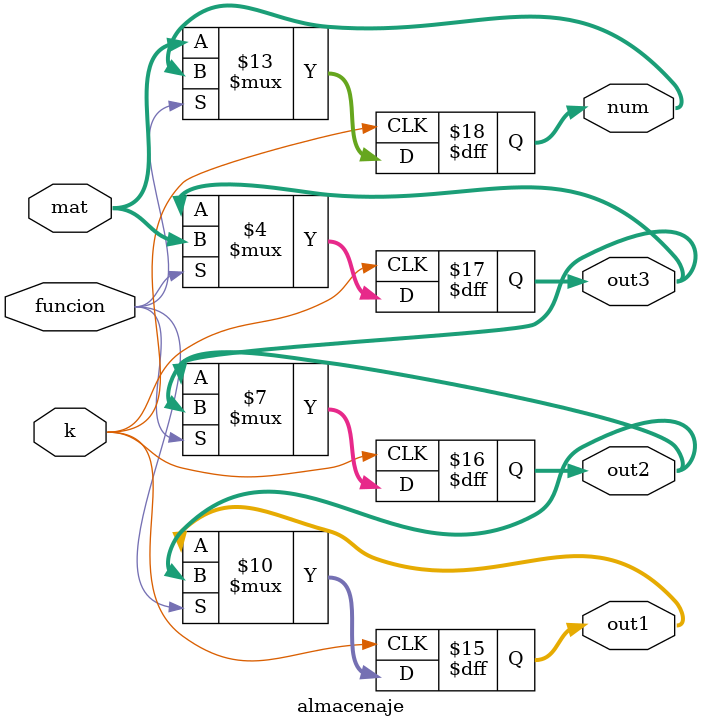
<source format=v>
`timescale 1ns / 1ps

module almacenaje(funcion,k,mat,out1, out2, out3, num);
input k,funcion;
input [3:0] mat;
output reg [3:0] out1, out2, out3, num;


initial begin
	num<=0;
	out1<=0;
	out2<=0;
	out3<=0;
end 

always @(negedge k)
if(funcion)begin
		out1=out2;
		out2=out3;
		out3=mat;
end else
		num=mat;

endmodule

</source>
